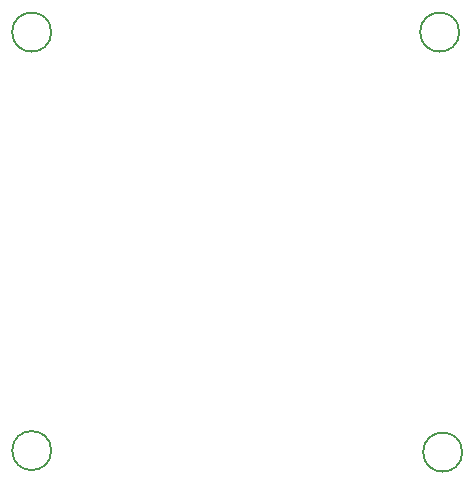
<source format=gbo>
G04 #@! TF.GenerationSoftware,KiCad,Pcbnew,(5.1.10)-1*
G04 #@! TF.CreationDate,2022-03-04T01:02:40-08:00*
G04 #@! TF.ProjectId,Chekov,4368656b-6f76-42e6-9b69-6361645f7063,rev?*
G04 #@! TF.SameCoordinates,Original*
G04 #@! TF.FileFunction,Legend,Bot*
G04 #@! TF.FilePolarity,Positive*
%FSLAX46Y46*%
G04 Gerber Fmt 4.6, Leading zero omitted, Abs format (unit mm)*
G04 Created by KiCad (PCBNEW (5.1.10)-1) date 2022-03-04 01:02:40*
%MOMM*%
%LPD*%
G01*
G04 APERTURE LIST*
%ADD10C,0.150000*%
G04 APERTURE END LIST*
D10*
X81407000Y-54356000D02*
G75*
G03*
X81407000Y-54356000I-1651000J0D01*
G01*
X81407000Y-89789000D02*
G75*
G03*
X81407000Y-89789000I-1651000J0D01*
G01*
X116205000Y-89916000D02*
G75*
G03*
X116205000Y-89916000I-1651000J0D01*
G01*
X115951000Y-54356000D02*
G75*
G03*
X115951000Y-54356000I-1651000J0D01*
G01*
M02*

</source>
